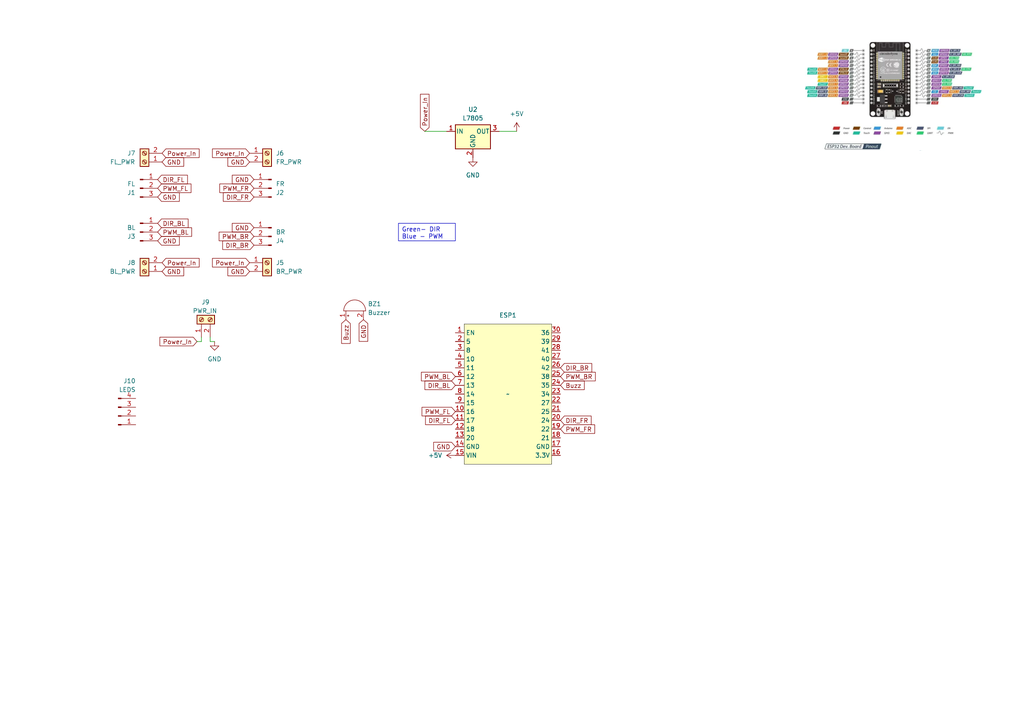
<source format=kicad_sch>
(kicad_sch (version 20230121) (generator eeschema)
  (paper "A4")
  (lib_symbols
    (symbol "Connector:Conn_01x03_Pin" (pin_names (offset 1.016) hide)
      (property "Reference" "J" (at 0 5.08 0))
      (property "Value" "Conn_01x03_Pin" (at 0 -5.08 0))
      (symbol "Conn_01x03_Pin_1_1"
        (polyline (pts (xy 1.27 -2.54) (xy 0.8636 -2.54)) (stroke (width 0.1524)))
        (polyline (pts (xy 1.27 0) (xy 0.8636 0)) (stroke (width 0.1524)))
        (polyline (pts (xy 1.27 2.54) (xy 0.8636 2.54)) (stroke (width 0.1524)))
        (rectangle (start 0.8636 -2.413) (end 0 -2.667) (stroke (width 0.1524)) (fill (type outline)))
        (rectangle (start 0.8636 0.127) (end 0 -0.127) (stroke (width 0.1524)) (fill (type outline)))
        (rectangle (start 0.8636 2.667) (end 0 2.413) (stroke (width 0.1524)) (fill (type outline)))
        (pin passive line (at 5.08 2.54 180) (length 3.81) (name "Pin_1") (number "1"))
        (pin passive line (at 5.08 0 180) (length 3.81) (name "Pin_2") (number "2"))
        (pin passive line (at 5.08 -2.54 180) (length 3.81) (name "Pin_3") (number "3"))
      )
    )
    (symbol "Connector:Conn_01x04_Pin" (pin_names (offset 1.016) hide)
      (property "Reference" "J" (at 0 5.08 0))
      (property "Value" "Conn_01x04_Pin" (at 0 -7.62 0))
      (symbol "Conn_01x04_Pin_1_1"
        (polyline (pts (xy 1.27 -5.08) (xy 0.8636 -5.08)) (stroke (width 0.1524)))
        (polyline (pts (xy 1.27 -2.54) (xy 0.8636 -2.54)) (stroke (width 0.1524)))
        (polyline (pts (xy 1.27 0) (xy 0.8636 0)) (stroke (width 0.1524)))
        (polyline (pts (xy 1.27 2.54) (xy 0.8636 2.54)) (stroke (width 0.1524)))
        (rectangle (start 0.8636 -4.953) (end 0 -5.207) (stroke (width 0.1524)) (fill (type outline)))
        (rectangle (start 0.8636 -2.413) (end 0 -2.667) (stroke (width 0.1524)) (fill (type outline)))
        (rectangle (start 0.8636 0.127) (end 0 -0.127) (stroke (width 0.1524)) (fill (type outline)))
        (rectangle (start 0.8636 2.667) (end 0 2.413) (stroke (width 0.1524)) (fill (type outline)))
        (pin passive line (at 5.08 2.54 180) (length 3.81) (name "Pin_1") (number "1"))
        (pin passive line (at 5.08 0 180) (length 3.81) (name "Pin_2") (number "2"))
        (pin passive line (at 5.08 -2.54 180) (length 3.81) (name "Pin_3") (number "3"))
        (pin passive line (at 5.08 -5.08 180) (length 3.81) (name "Pin_4") (number "4"))
      )
    )
    (symbol "Connector:Screw_Terminal_01x02" (pin_names (offset 1.016) hide)
      (property "Reference" "J" (at 0 2.54 0))
      (property "Value" "Screw_Terminal_01x02" (at 0 -5.08 0))
      (symbol "Screw_Terminal_01x02_1_1"
        (rectangle (start -1.27 1.27) (end 1.27 -3.81) (stroke (width 0.254)) (fill (type background)))
        (circle (center 0 -2.54) (radius 0.635) (stroke (width 0.1524)))
        (polyline (pts (xy -0.5334 -2.2098) (xy 0.3302 -3.048)) (stroke (width 0.1524)))
        (polyline (pts (xy -0.5334 0.3302) (xy 0.3302 -0.508)) (stroke (width 0.1524)))
        (polyline (pts (xy -0.3556 -2.032) (xy 0.508 -2.8702)) (stroke (width 0.1524)))
        (polyline (pts (xy -0.3556 0.508) (xy 0.508 -0.3302)) (stroke (width 0.1524)))
        (circle (center 0 0) (radius 0.635) (stroke (width 0.1524)))
        (pin passive line (at -5.08 0 0) (length 3.81) (name "Pin_1") (number "1"))
        (pin passive line (at -5.08 -2.54 0) (length 3.81) (name "Pin_2") (number "2"))
      )
    )
    (symbol "CustomParts:ESP-32_Wroom"
      (property "Reference" "ESP1" (at 0 22.86 0))
      (property "Value" "~" (at 0 0 0))
      (symbol "ESP-32_Wroom_1_1"
        (rectangle (start -12.7 20.32) (end 12.7 -20.32) (stroke (width 0.1) (color 0 0 0 1)) (fill (type background)))
        (pin input line (at -15.24 17.78 0) (length 2.54) (name "EN") (number "1"))
        (pin bidirectional line (at -15.24 -5.08 0) (length 2.54) (name "16") (number "10"))
        (pin bidirectional line (at -15.24 -7.62 0) (length 2.54) (name "17") (number "11"))
        (pin bidirectional line (at -15.24 -10.16 0) (length 2.54) (name "18") (number "12"))
        (pin bidirectional line (at -15.24 -12.7 0) (length 2.54) (name "20") (number "13"))
        (pin input line (at -15.24 -15.24 0) (length 2.54) (name "GND") (number "14"))
        (pin input line (at -15.24 -17.78 0) (length 2.54) (name "VIN") (number "15"))
        (pin input line (at 15.24 -17.78 180) (length 2.54) (name "3.3V") (number "16"))
        (pin input line (at 15.24 -15.24 180) (length 2.54) (name "GND") (number "17"))
        (pin bidirectional line (at 15.24 -12.7 180) (length 2.54) (name "21") (number "18"))
        (pin bidirectional line (at 15.24 -10.16 180) (length 2.54) (name "22") (number "19"))
        (pin bidirectional line (at -15.24 15.24 0) (length 2.54) (name "5") (number "2"))
        (pin bidirectional line (at 15.24 -7.62 180) (length 2.54) (name "24") (number "20"))
        (pin bidirectional line (at 15.24 -5.08 180) (length 2.54) (name "25") (number "21"))
        (pin bidirectional line (at 15.24 -2.54 180) (length 2.54) (name "27") (number "22"))
        (pin bidirectional line (at 15.24 0 180) (length 2.54) (name "34") (number "23"))
        (pin bidirectional line (at 15.24 2.54 180) (length 2.54) (name "35") (number "24"))
        (pin bidirectional line (at 15.24 5.08 180) (length 2.54) (name "38") (number "25"))
        (pin bidirectional line (at 15.24 7.62 180) (length 2.54) (name "42") (number "26"))
        (pin bidirectional line (at 15.24 10.16 180) (length 2.54) (name "40") (number "27"))
        (pin bidirectional line (at 15.24 12.7 180) (length 2.54) (name "41") (number "28"))
        (pin bidirectional line (at 15.24 15.24 180) (length 2.54) (name "39") (number "29"))
        (pin bidirectional line (at -15.24 12.7 0) (length 2.54) (name "8") (number "3"))
        (pin input line (at 15.24 17.78 180) (length 2.54) (name "36") (number "30"))
        (pin bidirectional line (at -15.24 10.16 0) (length 2.54) (name "10") (number "4"))
        (pin bidirectional line (at -15.24 7.62 0) (length 2.54) (name "11") (number "5"))
        (pin bidirectional line (at -15.24 5.08 0) (length 2.54) (name "12") (number "6"))
        (pin bidirectional line (at -15.24 2.54 0) (length 2.54) (name "13") (number "7"))
        (pin bidirectional line (at -15.24 0 0) (length 2.54) (name "14") (number "8"))
        (pin bidirectional line (at -15.24 -2.54 0) (length 2.54) (name "15") (number "9"))
      )
    )
    (symbol "Device:Buzzer" (pin_names (offset 0.0254) hide)
      (property "Reference" "BZ" (at 3.81 1.27 0))
      (property "Value" "Buzzer" (at 3.81 -1.27 0))
      (symbol "Buzzer_0_1"
        (arc (start 0 -3.175) (mid 3.1612 0) (end 0 3.175))
        (polyline (pts (xy -1.651 1.905) (xy -1.143 1.905)))
        (polyline (pts (xy -1.397 2.159) (xy -1.397 1.651)))
        (polyline (pts (xy 0 3.175) (xy 0 -3.175)))
      )
      (symbol "Buzzer_1_1"
        (pin passive line (at -2.54 2.54 0) (length 2.54) (name "-") (number "1"))
        (pin passive line (at -2.54 -2.54 0) (length 2.54) (name "+") (number "2"))
      )
    )
    (symbol "Regulator_Linear:L7805" (pin_names (offset 0.254))
      (property "Reference" "U" (at -3.81 3.175 0))
      (property "Value" "L7805" (at 0 3.175 0))
      (symbol "L7805_0_1"
        (rectangle (start -5.08 1.905) (end 5.08 -5.08) (stroke (width 0.254)) (fill (type background)))
      )
      (symbol "L7805_1_1"
        (pin power_in line (at -7.62 0 0) (length 2.54) (name "IN") (number "1"))
        (pin power_in line (at 0 -7.62 90) (length 2.54) (name "GND") (number "2"))
        (pin power_out line (at 7.62 0 180) (length 2.54) (name "OUT") (number "3"))
      )
    )
    (symbol "power:+5V" (power) (pin_names (offset 0))
      (property "Value" "+5V" (at 0 3.556 0))
      (symbol "+5V_0_1"
        (polyline (pts (xy -0.762 1.27) (xy 0 2.54)))
        (polyline (pts (xy 0 0) (xy 0 2.54)))
        (polyline (pts (xy 0 2.54) (xy 0.762 1.27)))
      )
      (symbol "+5V_1_1"
        (pin power_in line (at 0 0 90) (length 0) hide (name "+5V") (number "1"))
      )
    )
    (symbol "power:GND" (power) (pin_names (offset 0))
      (property "Value" "GND" (at 0 -3.81 0))
      (symbol "GND_0_1"
        (polyline (pts (xy 0 0) (xy 0 -1.27) (xy 1.27 -1.27) (xy 0 -2.54) (xy -1.27 -1.27) (xy 0 -1.27)))
      )
      (symbol "GND_1_1"
        (pin power_in line (at 0 0 270) (length 0) hide (name "GND") (number "1"))
      )
    )
  )
  (wire (pts (xy 62.23 99.06) (xy 60.96 99.06)))
  (wire (pts (xy 123.19 38.1) (xy 129.54 38.1)))
  (wire (pts (xy 58.42 99.06) (xy 58.42 97.79)))
  (wire (pts (xy 57.15 99.06) (xy 58.42 99.06)))
  (wire (pts (xy 144.78 38.1) (xy 149.86 38.1)))
  (wire (pts (xy 60.96 99.06) (xy 60.96 97.79)))
  (image (at 259.08 27.94))
  (text_box "Green- DIR\nBlue - PWM\n" (at 115.57 64.77 0) (size 16.51 5.08) (effects (font (size 1.27 1.27)) (justify left top)))
  (global_label "PWM_BR" (shape input) (at 73.66 68.58 180) (property "Intersheetrefs" "${INTERSHEET_REFS}" (effects hide)))
  (global_label "PWM_FR" (shape input) (at 73.66 54.61 180) (property "Intersheetrefs" "${INTERSHEET_REFS}" (effects hide)))
  (global_label "DIR_FR" (shape input) (at 73.66 57.15 180) (property "Intersheetrefs" "${INTERSHEET_REFS}" (effects hide)))
  (global_label "PWM_BR" (shape input) (at 162.56 109.22 0) (property "Intersheetrefs" "${INTERSHEET_REFS}" (effects hide)))
  (global_label "GND" (shape input) (at 45.72 69.85 0) (property "Intersheetrefs" "${INTERSHEET_REFS}" (effects hide)))
  (global_label "GND" (shape input) (at 72.39 78.74 180) (property "Intersheetrefs" "${INTERSHEET_REFS}" (effects hide)))
  (global_label "GND" (shape input) (at 46.99 78.74 0) (property "Intersheetrefs" "${INTERSHEET_REFS}" (effects hide)))
  (global_label "GND" (shape input) (at 73.66 66.04 180) (property "Intersheetrefs" "${INTERSHEET_REFS}" (effects hide)))
  (global_label "GND" (shape input) (at 45.72 57.15 0) (property "Intersheetrefs" "${INTERSHEET_REFS}" (effects hide)))
  (global_label "DIR_BL" (shape input) (at 132.08 111.76 180) (property "Intersheetrefs" "${INTERSHEET_REFS}" (effects hide)))
  (global_label "PWM_FR" (shape input) (at 162.56 124.46 0) (property "Intersheetrefs" "${INTERSHEET_REFS}" (effects hide)))
  (global_label "DIR_FL" (shape input) (at 45.72 52.07 0) (property "Intersheetrefs" "${INTERSHEET_REFS}" (effects hide)))
  (global_label "PWM_FL" (shape input) (at 45.72 54.61 0) (property "Intersheetrefs" "${INTERSHEET_REFS}" (effects hide)))
  (global_label "Power_In" (shape input) (at 57.15 99.06 180) (property "Intersheetrefs" "${INTERSHEET_REFS}" (effects hide)))
  (global_label "DIR_BR" (shape input) (at 162.56 106.68 0) (property "Intersheetrefs" "${INTERSHEET_REFS}" (effects hide)))
  (global_label "Power_In" (shape input) (at 46.99 44.45 0) (property "Intersheetrefs" "${INTERSHEET_REFS}" (effects hide)))
  (global_label "Buzz" (shape input) (at 162.56 111.76 0) (property "Intersheetrefs" "${INTERSHEET_REFS}" (effects hide)))
  (global_label "GND" (shape input) (at 72.39 46.99 180) (property "Intersheetrefs" "${INTERSHEET_REFS}" (effects hide)))
  (global_label "GND" (shape input) (at 46.99 46.99 0) (property "Intersheetrefs" "${INTERSHEET_REFS}" (effects hide)))
  (global_label "Power_In" (shape input) (at 123.19 38.1 90) (property "Intersheetrefs" "${INTERSHEET_REFS}" (effects hide)))
  (global_label "GND" (shape input) (at 73.66 52.07 180) (property "Intersheetrefs" "${INTERSHEET_REFS}" (effects hide)))
  (global_label "DIR_FL" (shape input) (at 132.08 121.92 180) (property "Intersheetrefs" "${INTERSHEET_REFS}" (effects hide)))
  (global_label "Power_In" (shape input) (at 46.99 76.2 0) (property "Intersheetrefs" "${INTERSHEET_REFS}" (effects hide)))
  (global_label "Power_In" (shape input) (at 72.39 44.45 180) (property "Intersheetrefs" "${INTERSHEET_REFS}" (effects hide)))
  (global_label "GND" (shape input) (at 132.08 129.54 180) (property "Intersheetrefs" "${INTERSHEET_REFS}" (effects hide)))
  (global_label "DIR_BL" (shape input) (at 45.72 64.77 0) (property "Intersheetrefs" "${INTERSHEET_REFS}" (effects hide)))
  (global_label "Buzz" (shape input) (at 100.33 92.71 270) (property "Intersheetrefs" "${INTERSHEET_REFS}" (effects hide)))
  (global_label "GND" (shape input) (at 105.41 92.71 270) (property "Intersheetrefs" "${INTERSHEET_REFS}" (effects hide)))
  (global_label "PWM_BL" (shape input) (at 132.08 109.22 180) (property "Intersheetrefs" "${INTERSHEET_REFS}" (effects hide)))
  (global_label "DIR_FR" (shape input) (at 162.56 121.92 0) (property "Intersheetrefs" "${INTERSHEET_REFS}" (effects hide)))
  (global_label "DIR_BR" (shape input) (at 73.66 71.12 180) (property "Intersheetrefs" "${INTERSHEET_REFS}" (effects hide)))
  (global_label "Power_In" (shape input) (at 72.39 76.2 180) (property "Intersheetrefs" "${INTERSHEET_REFS}" (effects hide)))
  (global_label "PWM_FL" (shape input) (at 132.08 119.38 180) (property "Intersheetrefs" "${INTERSHEET_REFS}" (effects hide)))
  (global_label "PWM_BL" (shape input) (at 45.72 67.31 0) (property "Intersheetrefs" "${INTERSHEET_REFS}" (effects hide)))
  (symbol (lib_id "Regulator_Linear:L7805") (at 137.16 38.1 0) (unit 1)
    (property "Reference" "U2" (at 137.16 31.75 0))
    (property "Value" "L7805" (at 137.16 34.29 0))
    (property "Footprint" "Package_TO_SOT_THT:TO-3P-3_Vertical" (effects hide))
    (property "Datasheet" "http://www.st.com/content/ccc/resource/technical/document/datasheet/41/4f/b3/b0/12/d4/47/88/CD00000444.pdf/files/CD00000444.pdf/jcr:content/translations/en.CD00000444.pdf" (effects hide))
  )
  (symbol (lib_id "Connector:Conn_01x03_Pin") (at 78.74 54.61 0) (mirror y) (unit 1)
    (property "Reference" "J2" (at 80.01 55.88 0) (effects (justify right)))
    (property "Value" "FR" (at 80.01 53.34 0) (effects (justify right)))
    (property "Footprint" "Connector_PinHeader_2.54mm:PinHeader_1x03_P2.54mm_Vertical" (effects hide))
  )
  (symbol (lib_id "Connector:Conn_01x03_Pin") (at 78.74 68.58 0) (mirror y) (unit 1)
    (property "Reference" "J4" (at 80.01 69.85 0) (effects (justify right)))
    (property "Value" "BR" (at 80.01 67.31 0) (effects (justify right)))
    (property "Footprint" "Connector_PinHeader_2.54mm:PinHeader_1x03_P2.54mm_Vertical" (effects hide))
  )
  (symbol (lib_id "power:+5V") (at 149.86 38.1 0) (unit 1)
    (property "Reference" "#PWR01" (effects hide))
    (property "Value" "+5V" (at 149.86 33.02 0))
  )
  (symbol (lib_id "Connector:Conn_01x03_Pin") (at 40.64 54.61 0) (unit 1)
    (property "Reference" "J1" (at 38.1 55.88 0))
    (property "Value" "FL" (at 38.1 53.34 0))
    (property "Footprint" "Connector_PinHeader_2.54mm:PinHeader_1x03_P2.54mm_Vertical" (effects hide))
  )
  (symbol (lib_id "Connector:Screw_Terminal_01x02") (at 41.91 78.74 180) (unit 1)
    (property "Reference" "J8" (at 38.1 76.2 0))
    (property "Value" "BL_PWR" (at 35.56 78.74 0))
    (property "Footprint" "TerminalBlock_TE-Connectivity:TerminalBlock_TE_282834-2_1x02_P2.54mm_Horizontal" (effects hide))
  )
  (symbol (lib_id "power:+5V") (at 132.08 132.08 90) (unit 1)
    (property "Reference" "#PWR04" (effects hide))
    (property "Value" "+5V" (at 128.27 132.08 90) (effects (justify left)))
  )
  (symbol (lib_id "Connector:Conn_01x04_Pin") (at 34.29 120.65 0) (mirror x) (unit 1)
    (property "Reference" "J10" (at 39.37 110.49 0) (effects (justify right)))
    (property "Value" "LEDS" (at 39.37 113.03 0) (effects (justify right)))
    (property "Footprint" "Connector_PinHeader_2.54mm:PinHeader_1x04_P2.54mm_Vertical" (effects hide))
  )
  (symbol (lib_id "Connector:Screw_Terminal_01x02") (at 77.47 44.45 0) (unit 1)
    (property "Reference" "J6" (at 80.01 44.45 0) (effects (justify left)))
    (property "Value" "FR_PWR" (at 80.01 46.99 0) (effects (justify left)))
    (property "Footprint" "TerminalBlock_TE-Connectivity:TerminalBlock_TE_282834-2_1x02_P2.54mm_Horizontal" (effects hide))
  )
  (symbol (lib_id "power:GND") (at 137.16 45.72 0) (unit 1)
    (property "Reference" "#PWR02" (effects hide))
    (property "Value" "GND" (at 137.16 50.8 0))
  )
  (symbol (lib_id "Device:Buzzer") (at 102.87 90.17 90) (unit 1)
    (property "Reference" "BZ1" (at 106.68 88.1449 90) (effects (justify right)))
    (property "Value" "Buzzer" (at 106.68 90.6849 90) (effects (justify right)))
    (property "Footprint" "Buzzer_Beeper:Buzzer_12x9.5RM7.6" (effects hide))
  )
  (symbol (lib_id "Connector:Conn_01x03_Pin") (at 40.64 67.31 0) (unit 1)
    (property "Reference" "J3" (at 38.1 68.58 0))
    (property "Value" "BL" (at 38.1 66.04 0))
    (property "Footprint" "Connector_PinHeader_2.54mm:PinHeader_1x03_P2.54mm_Vertical" (effects hide))
  )
  (symbol (lib_id "Connector:Screw_Terminal_01x02") (at 58.42 92.71 90) (unit 1)
    (property "Reference" "J9" (at 58.42 87.63 90) (effects (justify right)))
    (property "Value" "PWR_IN" (at 55.88 90.17 90) (effects (justify right)))
    (property "Footprint" "TerminalBlock_TE-Connectivity:TerminalBlock_TE_282834-2_1x02_P2.54mm_Horizontal" (effects hide))
  )
  (symbol (lib_id "Connector:Screw_Terminal_01x02") (at 77.47 76.2 0) (unit 1)
    (property "Reference" "J5" (at 80.01 76.2 0) (effects (justify left)))
    (property "Value" "BR_PWR" (at 80.01 78.74 0) (effects (justify left)))
    (property "Footprint" "TerminalBlock_TE-Connectivity:TerminalBlock_TE_282834-2_1x02_P2.54mm_Horizontal" (effects hide))
  )
  (symbol (lib_id "power:GND") (at 62.23 99.06 0) (unit 1)
    (property "Reference" "#PWR03" (effects hide))
    (property "Value" "GND" (at 62.23 104.14 0))
  )
  (symbol (lib_id "CustomParts:ESP-32_Wroom") (at 147.32 114.3 0) (unit 1)
    (property "Reference" "ESP1" (at 147.32 91.44 0))
    (property "Value" "~" (at 147.32 114.3 0))
    (property "Footprint" "CustomParts:ESP-32" (effects hide))
  )
  (symbol (lib_id "Connector:Screw_Terminal_01x02") (at 41.91 46.99 180) (unit 1)
    (property "Reference" "J7" (at 38.1 44.45 0))
    (property "Value" "FL_PWR" (at 35.56 46.99 0))
    (property "Footprint" "TerminalBlock_TE-Connectivity:TerminalBlock_TE_282834-2_1x02_P2.54mm_Horizontal" (effects hide))
  )
)
</source>
